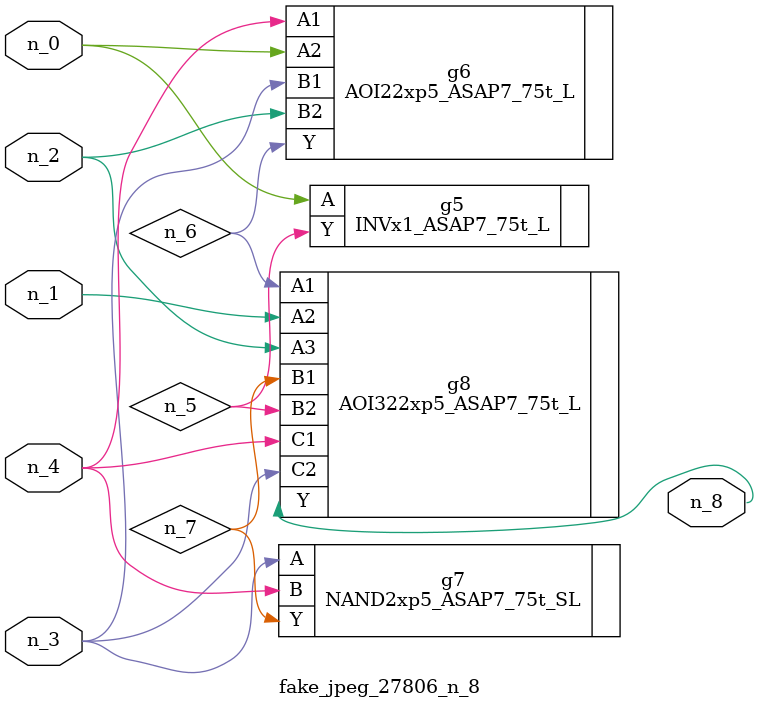
<source format=v>
module fake_jpeg_27806_n_8 (n_3, n_2, n_1, n_0, n_4, n_8);

input n_3;
input n_2;
input n_1;
input n_0;
input n_4;

output n_8;

wire n_6;
wire n_5;
wire n_7;

INVx1_ASAP7_75t_L g5 ( 
.A(n_0),
.Y(n_5)
);

AOI22xp5_ASAP7_75t_L g6 ( 
.A1(n_4),
.A2(n_0),
.B1(n_3),
.B2(n_2),
.Y(n_6)
);

NAND2xp5_ASAP7_75t_SL g7 ( 
.A(n_3),
.B(n_4),
.Y(n_7)
);

AOI322xp5_ASAP7_75t_L g8 ( 
.A1(n_6),
.A2(n_1),
.A3(n_2),
.B1(n_7),
.B2(n_5),
.C1(n_4),
.C2(n_3),
.Y(n_8)
);


endmodule
</source>
